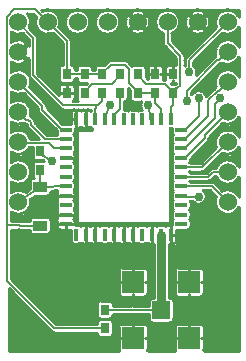
<source format=gtl>
*
*
G04 PADS 9.3 Build Number: 433611 generated Gerber (RS-274-X) file*
G04 PC Version=2.1*
*
%IN "GPS.pcb"*%
*
%MOIN*%
*
%FSDAX24Y24*%
*
*
*
*
G04 PC Standard Apertures*
*
*
G04 Thermal Relief Aperture macro.*
%AMTER*
1,1,$1,0,0*
1,0,$1-$2,0,0*
21,0,$3,$4,0,0,45*
21,0,$3,$4,0,0,135*
%
*
*
G04 Annular Aperture macro.*
%AMANN*
1,1,$1,0,0*
1,0,$2,0,0*
%
*
*
G04 Odd Aperture macro.*
%AMODD*
1,1,$1,0,0*
1,0,$1-0.005,0,0*
%
*
*
G04 PC Custom Aperture Macros*
*
*
*
*
*
*
G04 PC Aperture Table*
*
%ADD010C,0.001*%
%ADD013C,0.01*%
%ADD026R,0.03X0.038*%
%ADD029R,0.03937X0.01575*%
%ADD030R,0.01575X0.03937*%
%ADD035C,0.06*%
%ADD036C,0.006*%
%ADD037C,0.03*%
%ADD038C,0.015*%
%ADD072R,0.04803X0.03583*%
%ADD073R,0.05984X0.05984*%
%ADD074R,0.0752X0.0752*%
*
*
*
*
G04 PC Circuitry*
G04 Layer Name GPS.pcb - circuitry*
%LPD*%
*
*
G04 PC Custom Flashes*
G04 Layer Name GPS.pcb - flashes*
%LPD*%
*
*
G04 PC Circuitry*
G04 Layer Name GPS.pcb - circuitry*
%LPD*%
*
G54D10*
G54D13*
G01X017890Y010220D02*
Y015005D01*
X017148Y015354D02*
G75*
G03X017890Y015005I000372J-000172D01*
G01X017148Y015354D02*
X016934Y015568D01*
X016934D02*
X016715D01*
X016351Y015205D02*
G03X016715Y015568I000209J000155D01*
G01X016351Y015205D02*
X016280D01*
X016291Y015157D02*
G03X016280Y015205I-000109J000000D01*
G01X016291Y015157D02*
Y015000D01*
X016257Y014921D02*
G03X016291Y015000I-000075J000079D01*
G01Y014842D02*
G03X016257Y014921I-000109J000000D01*
G01X016291Y014842D02*
Y014685D01*
X016257Y014606D02*
G03X016291Y014685I-000075J000079D01*
G01Y014527D02*
G03X016257Y014606I-000109J000000D01*
G01X016291Y014527D02*
Y014370D01*
X016181Y014260D02*
G03X016291Y014370I000000J000110D01*
G01X016181Y014260D02*
X015818D01*
X015818D02*
Y013897D01*
X015708Y013787D02*
G03X015818Y013897I000000J000110D01*
G01X015708Y013787D02*
X015575D01*
X015575D02*
Y011984D01*
X015614*
X015724Y011874D02*
G03X015614Y011984I-000109J000000D01*
G01X015724Y011874D02*
Y011275D01*
X015614Y011165D02*
G03X015724Y011275I000000J000110D01*
G01X015614Y011165D02*
X015015D01*
X014905Y011275D02*
G03X015015Y011165I000110J000000D01*
G01X014905Y011275D02*
Y011434D01*
X014905D02*
X014310D01*
X014247Y011450D02*
G03X014310Y011434I000063J000124D01*
G01X014247Y011450D02*
X013700D01*
Y011400*
X013590Y011290D02*
G03X013700Y011400I000000J000110D01*
G01X013590Y011290D02*
X013290D01*
X013180Y011400D02*
G03X013290Y011290I000110J000000D01*
G01X013180Y011400D02*
Y011780D01*
X013290Y011890D02*
G03X013180Y011780I000000J-000110D01*
G01X013290Y011890D02*
X013590D01*
X013700Y011780D02*
G03X013590Y011890I-000110J000000D01*
G01X013700Y011780D02*
Y011730D01*
X014295*
X014358Y011714D02*
G03X014295Y011730I-000062J-000124D01*
G01X014358Y011714D02*
X014905D01*
X014905D02*
Y011874D01*
X015015Y011984D02*
G03X014905Y011874I000000J-000110D01*
G01X015015Y011984D02*
X015055D01*
Y013787*
X015055D02*
X014921D01*
X014842Y013820D02*
G03X014921Y013787I000079J000077D01*
G01X014763D02*
G03X014842Y013820I000000J000110D01*
G01X014763Y013787D02*
X014606D01*
X014527Y013820D02*
G03X014606Y013787I000079J000077D01*
G01X014448D02*
G03X014527Y013820I000000J000110D01*
G01X014448Y013787D02*
X014291D01*
X014212Y013820D02*
G03X014291Y013787I000079J000077D01*
G01X014133D02*
G03X014212Y013820I000000J000110D01*
G01X014133Y013787D02*
X013976D01*
X013897Y013820D02*
G03X013976Y013787I000079J000077D01*
G01X013818D02*
G03X013897Y013820I000000J000110D01*
G01X013818Y013787D02*
X013661D01*
X013582Y013820D02*
G03X013661Y013787I000079J000077D01*
G01X013503D02*
G03X013582Y013820I000000J000110D01*
G01X013503Y013787D02*
X013346D01*
X013267Y013820D02*
G03X013346Y013787I000079J000077D01*
G01X013189D02*
G03X013267Y013820I-000000J000110D01*
G01X013189Y013787D02*
X013031D01*
X012952Y013820D02*
G03X013031Y013787I000079J000077D01*
G01X012874D02*
G03X012952Y013820I000000J000110D01*
G01X012874Y013787D02*
X012716D01*
X012637Y013820D02*
G03X012716Y013787I000079J000077D01*
G01X012559D02*
G03X012637Y013820I000000J000110D01*
G01X012559Y013787D02*
X012401D01*
X012291Y013897D02*
G03X012401Y013787I000110J000000D01*
G01X012291Y013897D02*
Y014260D01*
X012291D02*
X011929D01*
X011819Y014370D02*
G03X011929Y014260I000110J000000D01*
G01X011819Y014370D02*
Y014527D01*
X011852Y014606D02*
G03X011819Y014527I000077J-000078D01*
G01Y014685D02*
G03X011852Y014606I000110J000000D01*
G01X011819Y014685D02*
Y014842D01*
X011852Y014921D02*
G03X011819Y014842I000077J-000078D01*
G01Y015000D02*
G03X011852Y014921I000110J000000D01*
G01X011819Y015000D02*
Y015157D01*
X011852Y015236D02*
G03X011819Y015157I000077J-000078D01*
G01Y015315D02*
G03X011852Y015236I000110J-000000D01*
G01X011819Y015315D02*
Y015472D01*
X011852Y015551D02*
G03X011819Y015472I000077J-000078D01*
G01X011837Y015568D02*
G03X011852Y015551I000092J000061D01*
G01X011837Y015568D02*
X011790D01*
X011713Y015545D02*
G03X011790Y015568I000000J000140D01*
G01X011713Y015545D02*
X011630D01*
X011630D02*
Y015506D01*
X011520Y015396D02*
G03X011630Y015506I000000J000110D01*
G01X011520Y015396D02*
X011280D01*
X011280D02*
X011113D01*
X011113D02*
X010948Y015283D01*
X010301Y014856D02*
G03X010948Y015283I000250J000325D01*
G01X010301Y014856D02*
Y014540D01*
X010612*
X010652Y014534D02*
G03X010612Y014540I-000039J-000134D01*
G01X010652Y014534D02*
X010929D01*
X010929D02*
Y014573D01*
X011039Y014683D02*
G03X010929Y014573I000000J-000109D01*
G01X011039Y014683D02*
X011520D01*
X011630Y014573D02*
G03X011520Y014683I-000109J000000D01*
G01X011630Y014573D02*
Y014215D01*
X011520Y014105D02*
G03X011630Y014215I000000J000110D01*
G01X011520Y014105D02*
X011039D01*
X010929Y014215D02*
G03X011039Y014105I000110J000000D01*
G01X010929Y014215D02*
Y014254D01*
X010929D02*
X010618D01*
X010578Y014260D02*
G03X010618Y014254I000040J000134D01*
G01X010578Y014260D02*
X010301D01*
Y012616*
X010301D02*
X011808Y011110D01*
X013180*
Y011160*
X013290Y011270D02*
G03X013180Y011160I000000J-000110D01*
G01X013290Y011270D02*
X013590D01*
X013700Y011160D02*
G03X013590Y011270I-000110J000000D01*
G01X013700Y011160D02*
Y010780D01*
X013590Y010670D02*
G03X013700Y010780I000000J000110D01*
G01X013590Y010670D02*
X013290D01*
X013180Y010780D02*
G03X013290Y010670I000110J000000D01*
G01X013180Y010780D02*
Y010830D01*
X011750*
X011651Y010871D02*
G03X011750Y010830I000099J000099D01*
G01X011651Y010871D02*
X010220Y012302D01*
Y010220*
X013905*
X013895Y010265D02*
G03X013905Y010220I000110J000000D01*
G01X013895Y010265D02*
Y011017D01*
X014005Y011127D02*
G03X013895Y011017I000000J-000109D01*
G01X014005Y011127D02*
X014757D01*
X014867Y011017D02*
G03X014757Y011127I-000109J000000D01*
G01X014867Y011017D02*
Y010265D01*
X014857Y010220D02*
G03X014867Y010265I-000099J000045D01*
G01X014857Y010220D02*
X015772D01*
X015762Y010265D02*
G03X015772Y010220I000110J000000D01*
G01X015762Y010265D02*
Y011017D01*
X015872Y011127D02*
G03X015762Y011017I000000J-000109D01*
G01X015872Y011127D02*
X016624D01*
X016734Y011017D02*
G03X016624Y011127I-000110J000000D01*
G01X016734Y011017D02*
Y010265D01*
X016724Y010220D02*
G03X016734Y010265I-000100J000045D01*
G01X016724Y010220D02*
X017890D01*
Y015357D02*
Y016005D01*
X017134Y016041D02*
G03X017890Y016005I000386J000140D01*
G01X017134Y016041D02*
X017095D01*
X016979Y015924*
X016880Y015883D02*
G03X016979Y015924I000000J000140D01*
G01X016880Y015883D02*
X016272D01*
X016257Y015866D02*
G03X016272Y015883I-000075J000078D01*
G01Y015848D02*
G03X016257Y015866I-000090J-000060D01*
G01X016272Y015848D02*
X016992D01*
X017091Y015807D02*
G03X016992Y015848I-000098J-000098D01*
G01X017091Y015807D02*
X017346Y015552D01*
X017890Y015357D02*
G03X017346Y015552I-000370J-000175D01*
G01X017890Y016357D02*
Y017005D01*
X017346Y016809D02*
G03X017890Y017005I000174J000372D01*
G01X017346Y016809D02*
X016776Y016239D01*
X016677Y016198D02*
G03X016776Y016239I000000J000140D01*
G01X016677Y016198D02*
X016272D01*
X016257Y016181D02*
G03X016272Y016198I-000075J000078D01*
G01Y016163D02*
G03X016257Y016181I-000090J-000060D01*
G01X016272Y016163D02*
X016822D01*
X016822D02*
X016938Y016280D01*
X017037Y016321D02*
G03X016938Y016280I000000J-000139D01*
G01X017037Y016321D02*
X017134D01*
X017890Y016357D02*
G03X017134Y016321I-000370J-000175D01*
G01X017890Y017357D02*
Y018005D01*
X017346Y017809D02*
G03X017890Y018005I000174J000372D01*
G01X017346Y017809D02*
X016897Y017360D01*
X016897D02*
Y017308D01*
X016856Y017209D02*
G03X016897Y017308I-000098J000099D01*
G01X016856Y017209D02*
X016291Y016644D01*
Y016574*
X016257Y016496D02*
G03X016291Y016574I-000075J000078D01*
G01X016272Y016478D02*
G03X016257Y016496I-000090J-000060D01*
G01X016272Y016478D02*
X016619D01*
X016619D02*
X017148Y017007D01*
X017890Y017357D02*
G03X017148Y017007I-000370J-000175D01*
G01X017890Y019357D02*
Y020005D01*
X017326Y019819D02*
G03X017890Y020005I000194J000362D01*
G01X017238Y019780D02*
G03X017326Y019819I-000008J000140D01*
G01X017238Y019780D02*
X016300Y018841D01*
Y018779*
X016328Y018758D02*
G03X016300Y018779I-000168J-000198D01*
G01X016810Y018708D02*
G03X016328Y018758I-000250J-000068D01*
G01X016810Y018708D02*
X017094Y018991D01*
X017141Y019022D02*
G03X017094Y018991I000052J-000129D01*
G01X017890Y019357D02*
G03X017141Y019022I-000370J-000175D01*
G01X017890Y020357D02*
Y021005D01*
X017346Y020809D02*
G03X017890Y021005I000174J000372D01*
G01X017346Y020809D02*
X016380Y019843D01*
Y019739*
X016478Y019415D02*
G03X016380Y019739I-000238J000105D01*
G01X016478Y019415D02*
X017081Y020019D01*
X017131Y020051D02*
G03X017081Y020019I000049J-000131D01*
G01X017890Y020357D02*
G03X017131Y020051I-000370J-000175D01*
G01X017890Y021357D02*
Y021591D01*
X017528*
X017890Y021357D02*
G03X017528Y021591I-000370J-000175D01*
G01X017511D02*
G03X017148Y021007I000009J-000409D01*
G01X017511Y021591D02*
X016528D01*
X016511D02*
G03X016528I000009J-000409D01*
G01X016511D02*
X015528D01*
X015660Y020795D02*
G03X015528Y021591I-000140J000386D01*
G01X015660Y020795D02*
Y020538D01*
X016047Y020150*
X016088Y020051D02*
G03X016047Y020150I-000139J000000D01*
G01X016088Y020051D02*
Y019731D01*
X016100Y019739D02*
G03X016088Y019731I000140J-000219D01*
G01X016100Y019739D02*
Y019901D01*
X016141Y020000D02*
G03X016100Y019901I000099J-000098D01*
G01X016141Y020000D02*
X017148Y021007D01*
X011511Y021591D02*
G03X011346Y021552I000009J-000409D01*
G01X011511Y021591D02*
X011308D01*
X011346Y021552*
X010900Y019396D02*
G03X010301Y019506I-000348J-000214D01*
G01X010900Y019403D02*
G03Y019396I000140J000000D01*
G01Y019403D02*
Y019965D01*
X010301Y019856D02*
G03X010900Y019965I000250J000325D01*
G01X010301Y019856D02*
Y019506D01*
X010900Y020396D02*
Y020586D01*
X010705Y020801*
X010301Y020856D02*
G03X010705Y020801I000250J000325D01*
G01X010301Y020856D02*
Y020506D01*
X010900Y020396D02*
G03X010301Y020506I-000348J-000214D01*
G01X012817Y019123D02*
X012837Y019143D01*
X012837D02*
X012605D01*
X012495Y019253D02*
G03X012605Y019143I000110J000000D01*
G01X012495Y019253D02*
Y019303D01*
X012495D02*
X012425D01*
X012425D02*
Y019253D01*
X012315Y019143D02*
G03X012425Y019253I000000J000110D01*
G01X012315Y019143D02*
X012015D01*
X011905Y019253D02*
G03X012015Y019143I000110J000000D01*
G01X011905Y019253D02*
Y019633D01*
X012015Y019743D02*
G03X011905Y019633I000000J-000109D01*
G01X012015Y019743D02*
X012025D01*
X012025D02*
Y020477D01*
X012025D02*
X011693Y020809D01*
X011148Y021354D02*
G03X011693Y020809I000372J-000172D01*
G01X011148Y021354D02*
X011043Y021460D01*
X010851*
X010913Y020989D02*
G03X010851Y021460I-000361J000192D01*
G01X010913Y020989D02*
X011143Y020733D01*
X011180Y020640D02*
G03X011143Y020733I-000140J000000D01*
G01X011180Y020640D02*
Y019461D01*
X011905Y018735*
X011905D02*
Y019013D01*
X012015Y019123D02*
G03X011905Y019013I000000J-000109D01*
G01X012015Y019123D02*
X012315D01*
X012425Y019013D02*
G03X012315Y019123I-000109J000000D01*
G01X012425Y019013D02*
Y018633D01*
X012372Y018540D02*
G03X012425Y018633I-000056J000093D01*
G01X012372Y018540D02*
X012548D01*
X012495Y018633D02*
G03X012548Y018540I000110J000000D01*
G01X012495Y018633D02*
Y019013D01*
X012605Y019123D02*
G03X012495Y019013I000000J-000109D01*
G01X012605Y019123D02*
X012817D01*
X014606Y018259D02*
X014661D01*
X014651Y018523D02*
G03X014661Y018259I000229J-000123D01*
G01X014651Y018523D02*
X014377D01*
X014267Y018633D02*
G03X014377Y018523I000110J000000D01*
G01X014267Y018633D02*
Y018925D01*
X014267D02*
X014197Y018996D01*
Y018633*
X014087Y018523D02*
G03X014197Y018633I000000J000110D01*
G01X014087Y018523D02*
X014077D01*
X014077D02*
Y018287D01*
X014074Y018259D02*
G03X014077Y018287I-000137J000028D01*
G01X014074Y018259D02*
X014133D01*
X014212Y018226D02*
G03X014133Y018259I-000078J-000076D01*
G01X014291D02*
G03X014212Y018226I000000J-000109D01*
G01X014291Y018259D02*
X014448D01*
X014527Y018226D02*
G03X014448Y018259I-000078J-000076D01*
G01X014606D02*
G03X014527Y018226I000000J-000109D01*
G01X011130Y016550D02*
X011402D01*
X011364Y016570*
X011364D02*
X011130D01*
X011020Y016680D02*
G03X011130Y016570I000110J000000D01*
G01X011020Y016680D02*
Y017010D01*
X010960*
X010949D02*
G03X010960I000011J000140D01*
G01X010949D02*
X010924Y017012D01*
X010301Y016856D02*
G03X010924Y017012I000250J000325D01*
G01X010301Y016856D02*
Y016506D01*
Y015856D02*
G03Y016506I000250J000325D01*
G01Y015856D02*
Y015506D01*
X010789Y015514D02*
G03X010301Y015506I-000237J-000332D01*
G01X010789Y015514D02*
X010929Y015610D01*
X010929D02*
Y015864D01*
X011039Y015974D02*
G03X010929Y015864I000000J-000109D01*
G01X011039Y015974D02*
X011060D01*
X011020Y016060D02*
G03X011060Y015974I000110J000000D01*
G01X011020Y016060D02*
Y016440D01*
X011130Y016550D02*
G03X011020Y016440I000000J-000110D01*
G01X010965Y017290D02*
X011244D01*
X010981Y017552*
X010941Y017581D02*
G03X010981Y017552I000099J000099D01*
G01X010941Y017581D02*
X010861Y017661D01*
X010820Y017760D02*
G03X010861Y017661I000140J000000D01*
G01X010820Y017760D02*
Y017780D01*
X010812*
X010725Y017810D02*
G03X010812Y017780I000087J000110D01*
G01X010301Y017856D02*
G03X010725Y017810I000250J000325D01*
G01X010301Y017856D02*
Y017506D01*
X010946Y017291D02*
G03X010301Y017506I-000394J-000109D01*
G01X010946Y017291D02*
X010965Y017290D01*
X011852Y017440D02*
G03X011837Y017423I000077J-000077D01*
G01X011819Y017519D02*
G03X011852Y017440I000110J000000D01*
G01X011819Y017519D02*
Y017589D01*
X011247Y018161*
X011206Y018260D02*
G03X011247Y018161I000140J000000D01*
G01X011206Y018260D02*
Y018328D01*
X010724Y018809*
X010301Y018856D02*
G03X010724Y018809I000250J000325D01*
G01X010301Y018856D02*
Y018506D01*
X010938Y018047D02*
G03X010301Y018506I-000386J000134D01*
G01X010979Y018019D02*
G03X010938Y018047I-000099J-000099D01*
G01X010979Y018019D02*
X011059Y017939D01*
X011100Y017840D02*
G03X011059Y017939I-000140J000000D01*
G01X011100Y017840D02*
Y017818D01*
X011110Y017807*
X011151Y017779D02*
G03X011110Y017807I-000098J-000099D01*
G01X011151Y017779D02*
X011506Y017423D01*
X011506D02*
X011837D01*
X012970Y018241D02*
Y018260D01*
X012043*
X011944Y018301D02*
G03X012043Y018260I000099J000099D01*
G01X011944Y018301D02*
X010942Y019302D01*
X010922Y019007D02*
G03X010942Y019302I-000370J000174D01*
G01X010922Y019007D02*
X011445Y018485D01*
X011486Y018386D02*
G03X011445Y018485I-000139J000000D01*
G01X011486Y018386D02*
Y018318D01*
X012017Y017787*
X012291*
X012291D02*
Y018149D01*
X012401Y018259D02*
G03X012291Y018149I000000J-000109D01*
G01X012401Y018259D02*
X012559D01*
X012637Y018226D02*
G03X012559Y018259I-000077J-000076D01*
G01X012716D02*
G03X012637Y018226I000000J-000109D01*
G01X012716Y018259D02*
X012874D01*
X012952Y018226D02*
G03X012874Y018259I-000078J-000076D01*
G01X012970Y018241D02*
G03X012952Y018226I000061J-000091D01*
G01X015710Y017440D02*
G03X015677Y017362I000077J-000077D01*
G01Y017519D02*
G03X015710Y017440I000110J000000D01*
G01X015677Y017519D02*
Y017645D01*
X015677D02*
X015599D01*
X015605Y017623D02*
G03X015599Y017645I-000049J000000D01*
G01X015605Y017623D02*
Y014523D01*
X015555Y014473D02*
G03X015605Y014523I000000J000050D01*
G01X015555Y014473D02*
X012555D01*
X012505Y014523D02*
G03X012555Y014473I000050J000000D01*
G01X012505Y014523D02*
Y017523D01*
X012555Y017573D02*
G03X012505Y017523I000000J-000049D01*
G01X012555Y017573D02*
X013005D01*
X013005D02*
Y017623D01*
X013011Y017647D02*
G03X013005Y017623I000044J-000023D01*
G01X012952Y017679D02*
G03X013011Y017647I000079J000076D01*
G01X012874Y017645D02*
G03X012952Y017679I000000J000110D01*
G01X012874Y017645D02*
X012716D01*
X012637Y017679D02*
G03X012716Y017645I000079J000076D01*
G01X012559D02*
G03X012637Y017679I000000J000110D01*
G01X012559Y017645D02*
X012432D01*
X012432D02*
Y017519D01*
X012399Y017440D02*
G03X012432Y017519I-000076J000079D01*
G01Y017362D02*
G03X012399Y017440I-000109J000000D01*
G01X012432Y017362D02*
Y017204D01*
X012399Y017126D02*
G03X012432Y017204I-000076J000078D01*
G01Y017047D02*
G03X012399Y017126I-000109J000000D01*
G01X012432Y017047D02*
Y016889D01*
X012399Y016811D02*
G03X012432Y016889I-000076J000078D01*
G01Y016732D02*
G03X012399Y016811I-000109J000000D01*
G01X012432Y016732D02*
Y016574D01*
X012399Y016496D02*
G03X012432Y016574I-000076J000078D01*
G01Y016417D02*
G03X012399Y016496I-000109J000000D01*
G01X012432Y016417D02*
Y016259D01*
X012399Y016181D02*
G03X012432Y016259I-000076J000078D01*
G01Y016102D02*
G03X012399Y016181I-000109J000000D01*
G01X012432Y016102D02*
Y015944D01*
X012399Y015866D02*
G03X012432Y015944I-000076J000078D01*
G01Y015787D02*
G03X012399Y015866I-000109J000000D01*
G01X012432Y015787D02*
Y015629D01*
X012399Y015551D02*
G03X012432Y015629I-000076J000078D01*
G01Y015472D02*
G03X012399Y015551I-000109J000000D01*
G01X012432Y015472D02*
Y015315D01*
X012399Y015236D02*
G03X012432Y015315I-000076J000079D01*
G01Y015157D02*
G03X012399Y015236I-000109J000000D01*
G01X012432Y015157D02*
Y015000D01*
X012399Y014921D02*
G03X012432Y015000I-000076J000079D01*
G01Y014842D02*
G03X012399Y014921I-000109J000000D01*
G01X012432Y014842D02*
Y014685D01*
X012399Y014606D02*
G03X012432Y014685I-000076J000079D01*
G01Y014527D02*
G03X012399Y014606I-000109J000000D01*
G01X012432Y014527D02*
Y014401D01*
X012432D02*
X012559D01*
X012637Y014368D02*
G03X012559Y014401I-000077J-000076D01*
G01X012716D02*
G03X012637Y014368I000000J-000109D01*
G01X012716Y014401D02*
X012874D01*
X012952Y014368D02*
G03X012874Y014401I-000078J-000076D01*
G01X013031D02*
G03X012952Y014368I000000J-000109D01*
G01X013031Y014401D02*
X013189D01*
X013267Y014368D02*
G03X013189Y014401I-000078J-000076D01*
G01X013346D02*
G03X013267Y014368I000000J-000109D01*
G01X013346Y014401D02*
X013503D01*
X013582Y014368D02*
G03X013503Y014401I-000078J-000076D01*
G01X013661D02*
G03X013582Y014368I000000J-000109D01*
G01X013661Y014401D02*
X013818D01*
X013897Y014368D02*
G03X013818Y014401I-000078J-000076D01*
G01X013976D02*
G03X013897Y014368I000000J-000109D01*
G01X013976Y014401D02*
X014133D01*
X014212Y014368D02*
G03X014133Y014401I-000078J-000076D01*
G01X014291D02*
G03X014212Y014368I000000J-000109D01*
G01X014291Y014401D02*
X014448D01*
X014527Y014368D02*
G03X014448Y014401I-000078J-000076D01*
G01X014606D02*
G03X014527Y014368I000000J-000109D01*
G01X014606Y014401D02*
X014763D01*
X014842Y014368D02*
G03X014763Y014401I-000078J-000076D01*
G01X014921D02*
G03X014842Y014368I000000J-000109D01*
G01X014921Y014401D02*
X015078D01*
X015157Y014368D02*
G03X015078Y014401I-000078J-000076D01*
G01X015236D02*
G03X015157Y014368I000000J-000109D01*
G01X015236Y014401D02*
X015393D01*
X015472Y014368D02*
G03X015393Y014401I-000078J-000076D01*
G01X015551D02*
G03X015472Y014368I000000J-000109D01*
G01X015551Y014401D02*
X015677D01*
Y014527*
X015710Y014606D02*
G03X015677Y014527I000077J-000078D01*
G01Y014685D02*
G03X015710Y014606I000110J000000D01*
G01X015677Y014685D02*
Y014842D01*
X015710Y014921D02*
G03X015677Y014842I000077J-000078D01*
G01Y015000D02*
G03X015710Y014921I000110J000000D01*
G01X015677Y015000D02*
Y015157D01*
X015710Y015236D02*
G03X015677Y015157I000077J-000078D01*
G01Y015315D02*
G03X015710Y015236I000110J-000000D01*
G01X015677Y015315D02*
Y015472D01*
X015710Y015551D02*
G03X015677Y015472I000077J-000078D01*
G01Y015629D02*
G03X015710Y015551I000110J000000D01*
G01X015677Y015629D02*
Y015787D01*
X015710Y015866D02*
G03X015677Y015787I000077J-000078D01*
G01Y015944D02*
G03X015710Y015866I000110J000000D01*
G01X015677Y015944D02*
Y016102D01*
X015710Y016181D02*
G03X015677Y016102I000077J-000078D01*
G01Y016259D02*
G03X015710Y016181I000110J000000D01*
G01X015677Y016259D02*
Y016417D01*
X015710Y016496D02*
G03X015677Y016417I000077J-000078D01*
G01Y016574D02*
G03X015710Y016496I000110J000000D01*
G01X015677Y016574D02*
Y016732D01*
X015710Y016811D02*
G03X015677Y016732I000077J-000078D01*
G01Y016889D02*
G03X015710Y016811I000110J000000D01*
G01X015677Y016889D02*
Y017047D01*
X015710Y017126D02*
G03X015677Y017047I000077J-000078D01*
G01Y017204D02*
G03X015710Y017126I000110J000000D01*
G01X015677Y017204D02*
Y017362D01*
X015808Y019139D02*
Y019143D01*
X015808D02*
X015626D01*
X015626D02*
X015646Y019123D01*
X015646D02*
X015785D01*
X015785D02*
X015808Y019139D01*
Y019743D02*
Y019993D01*
X015808D02*
X015421Y020381D01*
X015380Y020480D02*
G03X015421Y020381I000140J000000D01*
G01X015380Y020480D02*
Y020795D01*
X015511Y021591D02*
G03X015380Y020795I000009J-000409D01*
G01X015511Y021591D02*
X014528D01*
X014511D02*
G03X014528I000009J-000409D01*
G01X014511D02*
X013528D01*
X013511D02*
G03X013528I000009J-000409D01*
G01X013511D02*
X012528D01*
X012511D02*
G03X012528I000009J-000409D01*
G01X012511D02*
X011528D01*
X011891Y021007D02*
G03X011528Y021591I-000371J000174D01*
G01X011891Y021007D02*
X012264Y020634D01*
X012305Y020535D02*
G03X012264Y020634I-000139J000000D01*
G01X012305Y020535D02*
Y019743D01*
X012305D02*
X012315D01*
X012425Y019633D02*
G03X012315Y019743I-000109J000000D01*
G01X012425Y019633D02*
Y019583D01*
X012425D02*
X012495D01*
X012495D02*
Y019633D01*
X012605Y019743D02*
G03X012495Y019633I000000J-000109D01*
G01X012605Y019743D02*
X012905D01*
X013015Y019633D02*
G03X012905Y019743I-000109J000000D01*
G01X013015Y019633D02*
Y019583D01*
X013015D02*
X013086D01*
X013086D02*
Y019633D01*
X013196Y019743D02*
G03X013086Y019633I000000J-000109D01*
G01X013196Y019743D02*
X013408D01*
X013408D02*
X013523Y019859D01*
X013622Y019900D02*
G03X013523Y019859I000000J-000140D01*
G01X013622Y019900D02*
X014088D01*
X014187Y019859D02*
G03X014088Y019900I-000098J-000099D01*
G01X014187Y019859D02*
X014319Y019727D01*
X014377Y019743D02*
G03X014319Y019727I000000J-000109D01*
G01X014377Y019743D02*
X014677D01*
X014787Y019633D02*
G03X014677Y019743I-000109J000000D01*
G01X014787Y019633D02*
Y019341D01*
X014787D02*
X014858Y019271D01*
Y019633*
X014968Y019743D02*
G03X014858Y019633I000000J-000109D01*
G01X014968Y019743D02*
X015268D01*
X015378Y019633D02*
G03X015268Y019743I-000109J000000D01*
G01X015378Y019633D02*
Y019260D01*
X015448*
X015448D02*
Y019633D01*
X015558Y019743D02*
G03X015448Y019633I000000J-000109D01*
G01X015558Y019743D02*
X015808D01*
X016734Y012883D02*
Y012131D01*
X016624Y012021D02*
G03X016734Y012131I000000J000110D01*
G01X016624Y012021D02*
X015872D01*
X015762Y012131D02*
G03X015872Y012021I000110J000000D01*
G01X015762Y012131D02*
Y012883D01*
X015872Y012993D02*
G03X015762Y012883I000000J-000109D01*
G01X015872Y012993D02*
X016624D01*
X016734Y012883D02*
G03X016624Y012993I-000110J000000D01*
G01X014867Y012883D02*
Y012131D01*
X014757Y012021D02*
G03X014867Y012131I000000J000110D01*
G01X014757Y012021D02*
X014005D01*
X013895Y012131D02*
G03X014005Y012021I000110J000000D01*
G01X013895Y012131D02*
Y012883D01*
X014005Y012993D02*
G03X013895Y012883I000000J-000109D01*
G01X014005Y012993D02*
X014757D01*
X014867Y012883D02*
G03X014757Y012993I-000109J000000D01*
G01X012305Y019939D02*
X015808D01*
X014196Y019849D02*
X015808D01*
X014286Y019759D02*
X015808D01*
X012305Y020029D02*
X015772D01*
X012305Y020119D02*
X015682D01*
X012305Y020209D02*
X015592D01*
X012305Y020299D02*
X015502D01*
X015372Y019669D02*
X015454D01*
X015378Y019579D02*
X015448D01*
X015378Y019489D02*
X015448D01*
X015378Y019399D02*
X015448D01*
X015378Y019309D02*
X015448D01*
X012305Y020389D02*
X015412D01*
X012149Y020749D02*
X015380D01*
X012239Y020659D02*
X015380D01*
X012301Y020569D02*
X015380D01*
X012305Y020479D02*
X015380D01*
X014677Y021559D02*
X015363D01*
X014747Y020839D02*
X015292D01*
X014811Y021469D02*
X015228D01*
X014844Y020929D02*
X015196D01*
X014878Y021379D02*
X015161D01*
X014897Y021019D02*
X015143D01*
X014915Y021289D02*
X015124D01*
X014923Y021109D02*
X015116D01*
X014929Y021199D02*
X015110D01*
X014781Y019669D02*
X014864D01*
X014787Y019579D02*
X014858D01*
X014787Y019489D02*
X014858D01*
X014787Y019399D02*
X014858D01*
X014819Y019309D02*
X014858D01*
X013677Y021559D02*
X014363D01*
X013747Y020839D02*
X014292D01*
X013811Y021469D02*
X014228D01*
X013844Y020929D02*
X014196D01*
X013878Y021379D02*
X014161D01*
X013897Y021019D02*
X014143D01*
X013915Y021289D02*
X014124D01*
X013923Y021109D02*
X014116D01*
X013929Y021199D02*
X014110D01*
X012305Y019849D02*
X013514D01*
X012305Y019759D02*
X013424D01*
X012677Y021559D02*
X013363D01*
X012747Y020839D02*
X013292D01*
X012811Y021469D02*
X013228D01*
X012844Y020929D02*
X013196D01*
X012878Y021379D02*
X013161D01*
X012897Y021019D02*
X013143D01*
X012915Y021289D02*
X013124D01*
X012923Y021109D02*
X013116D01*
X012929Y021199D02*
X013110D01*
X013009Y019669D02*
X013092D01*
X012419D02*
X012502D01*
X011677Y021559D02*
X012363D01*
X012059Y020839D02*
X012292D01*
X011811Y021469D02*
X012228D01*
X011969Y020929D02*
X012196D01*
X011878Y021379D02*
X012161D01*
X011897Y021019D02*
X012143D01*
X011915Y021289D02*
X012124D01*
X011923Y021109D02*
X012116D01*
X011929Y021199D02*
X012110D01*
X015640Y019129D02*
X015794D01*
X015605Y017419D02*
X015693D01*
X015605Y016789D02*
X015693D01*
X015605Y016159D02*
X015693D01*
X015605Y015529D02*
X015693D01*
X015605Y014899D02*
X015693D01*
X015605Y014629D02*
X015692D01*
X015605Y015259D02*
X015692D01*
X015605Y015889D02*
X015692D01*
X015605Y016519D02*
X015692D01*
X015605Y017149D02*
X015692D01*
X015605Y017059D02*
X015678D01*
X015605Y016429D02*
X015678D01*
X015605Y015799D02*
X015678D01*
X015605Y015169D02*
X015678D01*
X015605Y014539D02*
X015678D01*
X015605Y014989D02*
X015677D01*
X015605Y015619D02*
X015677D01*
X015605Y016249D02*
X015677D01*
X015605Y016879D02*
X015677D01*
X015605Y017509D02*
X015677D01*
X015605Y017599D02*
X015677D01*
X015605Y017329D02*
X015677D01*
X015605Y017239D02*
X015677D01*
X015605Y016969D02*
X015677D01*
X015605Y016699D02*
X015677D01*
X015605Y016609D02*
X015677D01*
X015605Y016339D02*
X015677D01*
X015605Y016069D02*
X015677D01*
X015605Y015979D02*
X015677D01*
X015605Y015709D02*
X015677D01*
X015605Y015439D02*
X015677D01*
X015605Y015349D02*
X015677D01*
X015605Y015079D02*
X015677D01*
X015605Y014809D02*
X015677D01*
X015605Y014719D02*
X015677D01*
X012432Y014449D02*
X015677D01*
X012432Y017599D02*
X013005D01*
X012432Y017509D02*
X012505D01*
X012416Y017419D02*
X012505D01*
X012432Y017329D02*
X012505D01*
X012432Y017239D02*
X012505D01*
X012418Y017149D02*
X012505D01*
X012432Y017059D02*
X012505D01*
X012432Y016969D02*
X012505D01*
X012432Y016879D02*
X012505D01*
X012416Y016789D02*
X012505D01*
X012432Y016699D02*
X012505D01*
X012432Y016609D02*
X012505D01*
X012418Y016519D02*
X012505D01*
X012432Y016429D02*
X012505D01*
X012432Y016339D02*
X012505D01*
X012432Y016249D02*
X012505D01*
X012416Y016159D02*
X012505D01*
X012432Y016069D02*
X012505D01*
X012432Y015979D02*
X012505D01*
X012418Y015889D02*
X012505D01*
X012432Y015799D02*
X012505D01*
X012432Y015709D02*
X012505D01*
X012432Y015619D02*
X012505D01*
X012416Y015529D02*
X012505D01*
X012432Y015439D02*
X012505D01*
X012432Y015349D02*
X012505D01*
X012418Y015259D02*
X012505D01*
X012432Y015169D02*
X012505D01*
X012432Y015079D02*
X012505D01*
X012432Y014989D02*
X012505D01*
X012416Y014899D02*
X012505D01*
X012432Y014809D02*
X012505D01*
X012432Y014719D02*
X012505D01*
X012418Y014629D02*
X012505D01*
X012432Y014539D02*
X012505D01*
X012949Y018229D02*
X012956D01*
X012634D02*
X012641D01*
X011574D02*
X012326D01*
X011664Y018139D02*
X012291D01*
X011754Y018049D02*
X012291D01*
X011844Y017959D02*
X012291D01*
X011934Y017869D02*
X012291D01*
X011486Y018319D02*
X011925D01*
X011484Y018409D02*
X011835D01*
X011430Y018499D02*
X011745D01*
X011340Y018589D02*
X011655D01*
X011250Y018679D02*
X011565D01*
X011160Y018769D02*
X011475D01*
X011070Y018859D02*
X011385D01*
X010980Y018949D02*
X011295D01*
X010936Y019039D02*
X011205D01*
X010958Y019129D02*
X011115D01*
X010959Y019219D02*
X011025D01*
X011420Y017509D02*
X011819D01*
X011330Y017599D02*
X011808D01*
X011240Y017689D02*
X011718D01*
X011150Y017779D02*
X011628D01*
X011096Y017869D02*
X011538D01*
X011038Y017959D02*
X011448D01*
X010939Y018049D02*
X011358D01*
X010959Y018139D02*
X011268D01*
X010958Y018229D02*
X011209D01*
X010937Y018319D02*
X011206D01*
X010891Y018409D02*
X011124D01*
X010809Y018499D02*
X011034D01*
X010583Y018589D02*
X010944D01*
X010301Y018679D02*
X010854D01*
X010301Y018769D02*
X010764D01*
X010301Y018589D02*
X010519D01*
X010933Y017329D02*
X011204D01*
X010884Y017419D02*
X011114D01*
X010796Y017509D02*
X011024D01*
X010301Y017599D02*
X010922D01*
X010301Y017689D02*
X010838D01*
X010635Y017779D02*
X010820D01*
X010301D02*
X010466D01*
X010301Y017509D02*
X010306D01*
X010908Y015979D02*
X011054D01*
X010782Y016519D02*
X011054D01*
X010301Y016609D02*
X011045D01*
X010902Y016969D02*
X011020D01*
X010829Y016879D02*
X011020D01*
X010673Y016789D02*
X011020D01*
X010301Y016699D02*
X011020D01*
X010877Y016429D02*
X011020D01*
X010929Y016339D02*
X011020D01*
X010955Y016249D02*
X011020D01*
X010960Y016159D02*
X011020D01*
X010945Y016069D02*
X011020D01*
X010839Y015889D02*
X010932D01*
X010702Y015799D02*
X010929D01*
X010301Y015709D02*
X010929D01*
X010301Y015619D02*
X010929D01*
X010766Y015529D02*
X010812D01*
X010301Y016789D02*
X010428D01*
X010301Y015799D02*
X010400D01*
X010301Y015529D02*
X010335D01*
X010301Y016519D02*
X010320D01*
X014077Y018499D02*
X014639D01*
X014077Y018319D02*
X014632D01*
X014077Y018409D02*
X014620D01*
X014524Y018229D02*
X014531D01*
X014187Y018589D02*
X014276D01*
X014197Y018859D02*
X014267D01*
X014197Y018769D02*
X014267D01*
X014197Y018679D02*
X014267D01*
X014197Y018949D02*
X014243D01*
X014209Y018229D02*
X014216D01*
X011511Y019129D02*
X012823D01*
X012416Y018589D02*
X012505D01*
X012420Y019219D02*
X012501D01*
X012422Y019039D02*
X012499D01*
X012425Y018949D02*
X012495D01*
X012425Y018859D02*
X012495D01*
X012425Y018769D02*
X012495D01*
X012425Y018679D02*
X012495D01*
X011180Y020389D02*
X012025D01*
X011180Y020299D02*
X012025D01*
X011180Y020209D02*
X012025D01*
X011180Y020119D02*
X012025D01*
X011180Y020029D02*
X012025D01*
X011180Y019939D02*
X012025D01*
X011180Y019849D02*
X012025D01*
X011180Y019759D02*
X012025D01*
X011180Y020479D02*
X012023D01*
X011180Y020569D02*
X011933D01*
X011180Y019669D02*
X011911D01*
X011421Y019219D02*
X011910D01*
X011601Y019039D02*
X011908D01*
X011180Y019579D02*
X011905D01*
X011180Y019489D02*
X011905D01*
X011241Y019399D02*
X011905D01*
X011331Y019309D02*
X011905D01*
X011691Y018949D02*
X011905D01*
X011781Y018859D02*
X011905D01*
X011871Y018769D02*
X011905D01*
X011178Y020659D02*
X011843D01*
X011129Y020749D02*
X011753D01*
X011048Y020839D02*
X011292D01*
X010966Y020929D02*
X011196D01*
X010928Y021019D02*
X011143D01*
X010946Y021289D02*
X011124D01*
X010909Y021379D02*
X011123D01*
X010954Y021109D02*
X011116D01*
X010960Y021199D02*
X011110D01*
X010681Y020569D02*
X010900D01*
X010832Y020479D02*
X010900D01*
X010301Y020659D02*
X010833D01*
X010301Y020749D02*
X010752D01*
X010301Y020569D02*
X010420D01*
X010301Y020839D02*
X010323D01*
X010897Y019399D02*
X010900D01*
X010882Y019939D02*
X010900D01*
X010792Y019849D02*
X010900D01*
X010301Y019759D02*
X010900D01*
X010301Y019669D02*
X010900D01*
X010646Y019579D02*
X010900D01*
X010820Y019489D02*
X010900D01*
X010301Y019579D02*
X010455D01*
X010301Y019849D02*
X010309D01*
X011339Y021559D02*
X011363D01*
X016677D02*
X017363D01*
X016811Y021469D02*
X017228D01*
X016878Y021379D02*
X017161D01*
X016897Y021019D02*
X017143D01*
X016915Y021289D02*
X017124D01*
X016923Y021109D02*
X017116D01*
X016929Y021199D02*
X017110D01*
X016844Y020929D02*
X017070D01*
X016747Y020839D02*
X016980D01*
X015660Y020749D02*
X016890D01*
X015660Y020659D02*
X016800D01*
X015660Y020569D02*
X016710D01*
X015718Y020479D02*
X016620D01*
X015808Y020389D02*
X016530D01*
X015898Y020299D02*
X016440D01*
X015677Y021559D02*
X016363D01*
X015988Y020209D02*
X016350D01*
X015747Y020839D02*
X016292D01*
X016070Y020119D02*
X016260D01*
X015811Y021469D02*
X016228D01*
X015844Y020929D02*
X016196D01*
X016088Y020029D02*
X016170D01*
X015878Y021379D02*
X016161D01*
X015897Y021019D02*
X016143D01*
X015915Y021289D02*
X016124D01*
X015923Y021109D02*
X016116D01*
X015929Y021199D02*
X016110D01*
X016088Y019939D02*
X016105D01*
X016088Y019849D02*
X016100D01*
X016088Y019759D02*
X016100D01*
X017677Y021559D02*
X017890D01*
X017811Y021469D02*
X017890D01*
X017878Y021379D02*
X017890D01*
X017844Y020929D02*
X017890D01*
X017747Y020839D02*
X017890D01*
X017286Y020749D02*
X017890D01*
X017196Y020659D02*
X017890D01*
X017650Y020569D02*
X017890D01*
X017800Y020479D02*
X017890D01*
X017872Y020389D02*
X017890D01*
X017106Y020569D02*
X017389D01*
X017016Y020479D02*
X017239D01*
X016926Y020389D02*
X017167D01*
X016836Y020299D02*
X017127D01*
X016656Y020119D02*
X017114D01*
X016746Y020209D02*
X017111D01*
X016566Y020029D02*
X017093D01*
X016476Y019939D02*
X017002D01*
X016386Y019849D02*
X016912D01*
X016380Y019759D02*
X016822D01*
X016452Y019669D02*
X016732D01*
X016493Y019579D02*
X016642D01*
X016498Y019489D02*
X016552D01*
X017851Y019939D02*
X017890D01*
X017761Y019849D02*
X017890D01*
X017218Y019759D02*
X017890D01*
X017128Y019669D02*
X017890D01*
X017615Y019579D02*
X017890D01*
X017789Y019489D02*
X017890D01*
X017866Y019399D02*
X017890D01*
X017038Y019579D02*
X017424D01*
X016948Y019489D02*
X017250D01*
X016858Y019399D02*
X017173D01*
X016498Y019039D02*
X017135D01*
X016768Y019309D02*
X017130D01*
X016588Y019129D02*
X017113D01*
X016678Y019219D02*
X017111D01*
X016408Y018949D02*
X017052D01*
X016698Y018859D02*
X016962D01*
X016785Y018769D02*
X016872D01*
X016318Y018859D02*
X016421D01*
X016313Y018769D02*
X016334D01*
X017865Y017959D02*
X017890D01*
X017786Y017869D02*
X017890D01*
X017604Y017779D02*
X017890D01*
X017226Y017689D02*
X017890D01*
X017136Y017599D02*
X017890D01*
X017765Y017509D02*
X017890D01*
X017853Y017419D02*
X017890D01*
X017316Y017779D02*
X017435D01*
X017046Y017509D02*
X017275D01*
X016956Y017419D02*
X017186D01*
X016897Y017329D02*
X017137D01*
X016706Y017059D02*
X017128D01*
X016879Y017239D02*
X017114D01*
X016796Y017149D02*
X017111D01*
X016616Y016969D02*
X017110D01*
X016526Y016879D02*
X017020D01*
X016436Y016789D02*
X016930D01*
X016346Y016699D02*
X016840D01*
X016291Y016609D02*
X016750D01*
X016276Y016519D02*
X016660D01*
X017871Y016969D02*
X017890D01*
X017798Y016879D02*
X017890D01*
X017642Y016789D02*
X017890D01*
X017236Y016699D02*
X017890D01*
X017146Y016609D02*
X017890D01*
X017751Y016519D02*
X017890D01*
X017845Y016429D02*
X017890D01*
X017326Y016789D02*
X017397D01*
X017056Y016519D02*
X017289D01*
X016966Y016429D02*
X017194D01*
X016876Y016339D02*
X017142D01*
X016786Y016249D02*
X016908D01*
X017877Y015979D02*
X017890D01*
X017808Y015889D02*
X017890D01*
X017670Y015799D02*
X017890D01*
X017189Y015709D02*
X017890D01*
X017279Y015619D02*
X017890D01*
X017735Y015529D02*
X017890D01*
X017838Y015439D02*
X017890D01*
X017099Y015799D02*
X017369D01*
X016921Y015889D02*
X017231D01*
X017034Y015979D02*
X017162D01*
X017882Y014989D02*
X017890D01*
X017818Y014899D02*
X017890D01*
X017694Y014809D02*
X017890D01*
X016291Y014719D02*
X017890D01*
X016276Y014629D02*
X017890D01*
X016290Y014539D02*
X017890D01*
X016291Y014449D02*
X017890D01*
X016290Y014359D02*
X017890D01*
X016226Y014269D02*
X017890D01*
X015818Y014179D02*
X017890D01*
X015818Y014089D02*
X017890D01*
X015818Y013999D02*
X017890D01*
X015818Y013909D02*
X017890D01*
X015786Y013819D02*
X017890D01*
X015575Y013729D02*
X017890D01*
X015575Y013639D02*
X017890D01*
X015575Y013549D02*
X017890D01*
X015575Y013459D02*
X017890D01*
X015575Y013369D02*
X017890D01*
X015575Y013279D02*
X017890D01*
X015575Y013189D02*
X017890D01*
X015575Y013099D02*
X017890D01*
X015575Y013009D02*
X017890D01*
X016728Y012919D02*
X017890D01*
X016734Y012829D02*
X017890D01*
X016734Y012739D02*
X017890D01*
X016734Y012649D02*
X017890D01*
X016734Y012559D02*
X017890D01*
X016734Y012469D02*
X017890D01*
X016734Y012379D02*
X017890D01*
X016734Y012289D02*
X017890D01*
X016734Y012199D02*
X017890D01*
X016731Y012109D02*
X017890D01*
X015575Y012019D02*
X017890D01*
X015708Y011929D02*
X017890D01*
X015724Y011839D02*
X017890D01*
X015724Y011749D02*
X017890D01*
X015724Y011659D02*
X017890D01*
X015724Y011569D02*
X017890D01*
X015724Y011479D02*
X017890D01*
X015724Y011389D02*
X017890D01*
X015724Y011299D02*
X017890D01*
X015702Y011209D02*
X017890D01*
X016664Y011119D02*
X017890D01*
X016733Y011029D02*
X017890D01*
X016734Y010939D02*
X017890D01*
X016734Y010849D02*
X017890D01*
X016734Y010759D02*
X017890D01*
X016734Y010669D02*
X017890D01*
X016734Y010579D02*
X017890D01*
X016734Y010489D02*
X017890D01*
X016734Y010399D02*
X017890D01*
X016734Y010309D02*
X017890D01*
X016291Y014809D02*
X017346D01*
X016275Y014899D02*
X017221D01*
X016290Y014989D02*
X017157D01*
X016819Y015349D02*
X017146D01*
X016291Y015079D02*
X017122D01*
X016799Y015259D02*
X017117D01*
X016737Y015169D02*
X017110D01*
X016807Y015439D02*
X017063D01*
X016756Y015529D02*
X016973D01*
X016290Y015169D02*
X016382D01*
X014798Y011119D02*
X015831D01*
X015575Y012919D02*
X015768D01*
X015575Y012109D02*
X015764D01*
X014867Y011029D02*
X015762D01*
X015575Y012829D02*
X015762D01*
X015575Y012739D02*
X015762D01*
X015575Y012649D02*
X015762D01*
X015575Y012559D02*
X015762D01*
X015575Y012469D02*
X015762D01*
X015575Y012379D02*
X015762D01*
X015575Y012289D02*
X015762D01*
X015575Y012199D02*
X015762D01*
X014867Y010939D02*
X015762D01*
X014867Y010849D02*
X015762D01*
X014867Y010759D02*
X015762D01*
X014867Y010669D02*
X015762D01*
X014867Y010579D02*
X015762D01*
X014867Y010489D02*
X015762D01*
X014867Y010399D02*
X015762D01*
X014867Y010309D02*
X015762D01*
X010301Y013729D02*
X015055D01*
X010301Y013639D02*
X015055D01*
X010301Y013549D02*
X015055D01*
X010301Y013459D02*
X015055D01*
X010301Y013369D02*
X015055D01*
X010301Y013279D02*
X015055D01*
X010301Y013189D02*
X015055D01*
X010301Y013099D02*
X015055D01*
X010301Y013009D02*
X015055D01*
X014861Y012919D02*
X015055D01*
X014867Y012829D02*
X015055D01*
X014867Y012739D02*
X015055D01*
X014867Y012649D02*
X015055D01*
X014867Y012559D02*
X015055D01*
X014867Y012469D02*
X015055D01*
X014867Y012379D02*
X015055D01*
X014867Y012289D02*
X015055D01*
X014867Y012199D02*
X015055D01*
X014865Y012109D02*
X015055D01*
X010898Y012019D02*
X015055D01*
X013688Y011209D02*
X014927D01*
X010988Y011929D02*
X014921D01*
X013682Y011839D02*
X014905D01*
X013700Y011749D02*
X014905D01*
X013699Y011389D02*
X014905D01*
X013635Y011299D02*
X014905D01*
X014841Y013819D02*
X014843D01*
X014526D02*
X014528D01*
X014211D02*
X014213D01*
X013700Y011119D02*
X013965D01*
X010301Y012919D02*
X013902D01*
X013896Y013819D02*
X013898D01*
X010808Y012109D02*
X013898D01*
X013700Y011029D02*
X013896D01*
X010301Y012829D02*
X013895D01*
X010301Y012739D02*
X013895D01*
X010301Y012649D02*
X013895D01*
X010358Y012559D02*
X013895D01*
X010448Y012469D02*
X013895D01*
X010538Y012379D02*
X013895D01*
X010628Y012289D02*
X013895D01*
X010718Y012199D02*
X013895D01*
X013700Y010939D02*
X013895D01*
X013700Y010849D02*
X013895D01*
X013698Y010759D02*
X013895D01*
X010220Y010669D02*
X013895D01*
X010220Y010579D02*
X013895D01*
X010220Y010489D02*
X013895D01*
X010220Y010399D02*
X013895D01*
X010220Y010309D02*
X013895D01*
X013581Y013819D02*
X013583D01*
X013266D02*
X013268D01*
X011618Y011299D02*
X013244D01*
X011078Y011839D02*
X013197D01*
X011708Y011209D02*
X013192D01*
X010220Y010759D02*
X013181D01*
X011528Y011389D02*
X013180D01*
X011168Y011749D02*
X013180D01*
X011258Y011659D02*
X013180D01*
X011348Y011569D02*
X013180D01*
X011438Y011479D02*
X013180D01*
X011798Y011119D02*
X013180D01*
X012951Y013819D02*
X012953D01*
X012636D02*
X012638D01*
X010301D02*
X012323D01*
X011624Y014179D02*
X012291D01*
X010301Y014089D02*
X012291D01*
X010301Y013999D02*
X012291D01*
X010301Y013909D02*
X012291D01*
X011630Y014269D02*
X011883D01*
X011630Y015529D02*
X011835D01*
X010849Y014899D02*
X011835D01*
X011614Y014629D02*
X011834D01*
X010953Y015259D02*
X011833D01*
X010961Y015169D02*
X011819D01*
X011630Y014539D02*
X011819D01*
X011630Y014359D02*
X011819D01*
X010913Y014989D02*
X011819D01*
X011607Y015439D02*
X011819D01*
X011045Y015349D02*
X011819D01*
X010948Y015079D02*
X011819D01*
X010725Y014809D02*
X011819D01*
X010301Y014719D02*
X011819D01*
X011630Y014449D02*
X011819D01*
X010220Y010849D02*
X011678D01*
X010220Y010939D02*
X011582D01*
X010220Y011029D02*
X011492D01*
X010220Y011119D02*
X011402D01*
X010220Y011209D02*
X011312D01*
X010220Y011299D02*
X011222D01*
X010220Y011389D02*
X011132D01*
X010220Y011479D02*
X011042D01*
X010220Y011569D02*
X010952D01*
X010301Y014629D02*
X010945D01*
X010301Y014179D02*
X010935D01*
X010618Y014539D02*
X010929D01*
X010220Y011659D02*
X010862D01*
X010220Y011749D02*
X010772D01*
X010220Y011839D02*
X010682D01*
X010220Y011929D02*
X010592D01*
X010220Y012019D02*
X010502D01*
X010220Y012109D02*
X010412D01*
X010301Y014809D02*
X010377D01*
X010220Y012199D02*
X010322D01*
X010220Y012289D02*
X010232D01*
X011905Y018823D02*
X012015D01*
X012425D02*
X012315D01*
X012165Y019123D02*
Y019013D01*
X015708Y019743D02*
Y019633D01*
X015448Y019443D02*
X015558D01*
X015708Y019143D02*
Y019253D01*
X015629Y013787D02*
Y013897D01*
X015818Y014094D02*
X015708D01*
X015629Y014401D02*
Y014291D01*
X015000Y013787D02*
Y013897D01*
Y014401D02*
Y014291D01*
X014370Y013787D02*
Y013897D01*
Y014401D02*
Y014291D01*
X014055Y013787D02*
Y013897D01*
Y014401D02*
Y014291D01*
X013740Y013787D02*
Y013897D01*
Y014401D02*
Y014291D01*
X013110Y013787D02*
Y013897D01*
Y014401D02*
Y014291D01*
X012795Y013787D02*
Y013897D01*
Y014401D02*
Y014291D01*
X012126Y014260D02*
Y014370D01*
X011819Y014448D02*
X011929D01*
X012432D02*
X012322D01*
X012432Y014763D02*
X012322D01*
X011819D02*
X011929D01*
X012432Y015393D02*
X012322D01*
X011819D02*
X011929D01*
X012432Y016653D02*
X012322D01*
X012291Y017952D02*
X012401D01*
X012480Y018259D02*
Y018149D01*
Y017645D02*
Y017755D01*
X012795Y017645D02*
Y017755D01*
Y018259D02*
Y018149D01*
X014867Y010641D02*
X014757D01*
X014381Y011127D02*
Y011017D01*
X013895Y010641D02*
X014005D01*
X016734D02*
X016624D01*
X016248Y011127D02*
Y011017D01*
X015762Y010641D02*
X015872D01*
X016248Y012021D02*
Y012131D01*
X016734Y012507D02*
X016624D01*
X016248Y012993D02*
Y012883D01*
X015762Y012507D02*
X015872D01*
X014381Y012021D02*
Y012131D01*
X014867Y012507D02*
X014757D01*
X014381Y012993D02*
Y012883D01*
X013895Y012507D02*
X014005D01*
X015378Y019443D02*
X015268D01*
X015118Y019743D02*
Y019633D01*
X014858Y019443D02*
X014968D01*
G54D26*
X013937D03*
Y018823D03*
X015118D03*
Y019443D03*
X012755Y018823D03*
Y019443D03*
X013440Y011590D03*
Y010970D03*
X015708Y018823D03*
Y019443D03*
X012165D03*
Y018823D03*
X014527D03*
Y019443D03*
X013346D03*
Y018823D03*
X011280Y016250D03*
Y016870D03*
G54D29*
X012126Y017598D03*
Y017283D03*
Y016968D03*
Y016653D03*
Y016338D03*
Y016023D03*
Y015708D03*
Y015393D03*
Y015078D03*
Y014763D03*
Y014448D03*
X015984D03*
Y014763D03*
Y015078D03*
Y015393D03*
Y015708D03*
Y016023D03*
Y016338D03*
Y016653D03*
Y016968D03*
Y017283D03*
Y017598D03*
G54D30*
X015629Y017952D03*
X015315D03*
X015000D03*
X014685D03*
X014370D03*
X014055D03*
X013740D03*
X013425D03*
X013110D03*
X012795D03*
X012480D03*
Y014094D03*
X012795D03*
X013110D03*
X013425D03*
X013740D03*
X014055D03*
X014370D03*
X014685D03*
X015000D03*
X015315D03*
X015629D03*
G54D35*
X011520Y021181D03*
X012520D03*
X013520D03*
X014520D03*
X015520D03*
X016520D03*
X010551D03*
Y020181D03*
Y019181D03*
Y018181D03*
Y017181D03*
Y016181D03*
Y015181D03*
X017520Y021181D03*
Y020181D03*
Y019181D03*
Y018181D03*
Y017181D03*
Y016181D03*
Y015181D03*
G54D36*
X013440Y011590D02*
X014295D01*
X014310Y011574*
X014310D02*
X015315D01*
X010161Y014400D02*
Y012558D01*
X010161D02*
X011750Y010970D01*
X013440*
X010161Y014400D02*
X010612D01*
X010612D02*
X010618Y014394D01*
X011280*
X010161Y014400D02*
Y021342D01*
X010161D02*
X010418Y021600D01*
X010418D02*
X011101D01*
X011520Y021181*
X010551Y015181D02*
X011069Y015536D01*
X011069D02*
X011280D01*
X011280D02*
Y015685D01*
X015984Y015393D02*
Y015345D01*
X016560*
Y015360*
X011280Y016250D02*
Y015685D01*
X011280D02*
X011713D01*
X011713D02*
X011736Y015708D01*
X011736D02*
X012126D01*
X015984Y016338D02*
X016677D01*
X016677D02*
X017520Y017181D01*
X015984Y016023D02*
X016880D01*
X016880D02*
X017037Y016181D01*
X017520*
X015984Y015708D02*
X016992D01*
X016992D02*
X017520Y015181D01*
X011280Y016870D02*
Y016774D01*
X011680Y016560*
X010551Y017181D02*
X010960Y017150D01*
X011562*
X011744Y016968*
X011744D02*
X012126D01*
Y017598D02*
X012007D01*
X012007D02*
X011988D01*
X015984D02*
X016102D01*
X016560Y018056*
Y018640*
X015984Y017283D02*
X016102D01*
X016880Y018061*
Y018579*
X017193Y018892*
X017193D02*
X017231D01*
X017231D02*
X017520Y019181D01*
X015984Y016968D02*
X016102D01*
X016102D02*
X017102Y017968D01*
X017102D02*
Y018462D01*
X017102D02*
X017280Y018640D01*
X015984Y016653D02*
X016102D01*
X016102D02*
X016757Y017308D01*
X016757D02*
Y017418D01*
X016757D02*
X017520Y018181D01*
X013120Y018400D02*
X013200D01*
X013280Y018480*
X013282*
X013282D02*
X013346Y018543D01*
X013346D02*
Y018823D01*
X015708Y018863D02*
Y018902D01*
X015708D02*
X015948Y019065D01*
X015948D02*
Y020051D01*
X014527Y018785D02*
Y018823D01*
X013346Y019405D02*
Y019443D01*
X013720Y018070D02*
X013937Y018287D01*
Y018823*
X013720Y018070D02*
X013740Y017952D01*
X014880Y018400D02*
X014951Y018119D01*
X014951D02*
Y017952D01*
X014951D02*
X015000D01*
X010551Y018181D02*
X010812Y017920D01*
X010880*
X010960Y017840*
Y017760*
X011040Y017680*
X011052*
X011448Y017283*
X011448D02*
X012126D01*
X010551Y019181D02*
X011346Y018386D01*
Y018260*
X012007Y017598*
X010551Y021181D02*
X011040Y020640D01*
Y019403*
X012043Y018400*
X013120*
X015520Y021181D02*
Y020480D01*
X015948Y020051*
X011520Y021181D02*
X012165Y020535D01*
X012165D02*
Y019443D01*
X013346D02*
Y019483D01*
X013346D02*
X013622Y019760D01*
X013622D02*
X014088D01*
X014240Y019608*
Y019151*
X014527Y018863*
X014527D02*
Y018823D01*
Y019443D02*
Y019403D01*
X014527D02*
X014811Y019120D01*
X015452*
X015452D02*
X015708Y018863D01*
X014527Y018823D02*
X015118D01*
X012165Y019443D02*
X012755D01*
X015708Y018823D02*
Y018863D01*
X013110Y017952D02*
Y018296D01*
X013120Y018305*
X013120D02*
Y018400D01*
X013425Y017952D02*
Y018011D01*
X013600Y018400*
X015629Y017952D02*
Y018352D01*
X015629D02*
X015708Y018431D01*
X015708D02*
Y018823D01*
X012755Y019443D02*
X013346D01*
X012755Y018823D02*
Y018863D01*
X012755D02*
X013012Y019120D01*
X013653*
X013937Y019403*
X013937D02*
Y019443D01*
X015118Y018823D02*
Y018481D01*
X015118D02*
X015315Y018285D01*
Y017952*
X016240Y019520D02*
Y019901D01*
X017520Y021181*
X016160Y018560D02*
Y018899D01*
X017180Y019920*
X017180D02*
X017229D01*
X017229D02*
X017505Y020195D01*
X017505D02*
X017520Y020181D01*
G54D37*
X015315Y011574D02*
Y014094D01*
X011353Y010407D03*
X012353D03*
X013353D03*
X016861D03*
X010407Y010731D03*
X015360Y010960D03*
X016080Y011600D03*
X017703Y010946D03*
X010407Y011731D03*
X012240Y012480D03*
X011520Y011680D03*
X012880D03*
X013600Y012480D03*
X017703Y011946D03*
X010480Y012800D03*
X011040Y013360D03*
X012240Y013520D03*
X013600D03*
X014880D03*
X015760D03*
X016720D03*
X017703Y012946D03*
X010480Y013920D03*
X016560Y014560D03*
X017703Y013946D03*
X016560Y015360D03*
X011680Y016560D03*
X017760Y015680D03*
X010880Y016720D03*
X017760D03*
X013600Y018400D03*
X014880D03*
X010720Y017680D03*
X011440Y018640D03*
X012000Y021440D03*
X016000Y021360D03*
X015040D03*
X014000D03*
X013040D03*
X011520Y019680D03*
X014240Y018400D03*
X011200Y017920D03*
X017760Y019680D03*
Y020640D03*
X016240Y019520D03*
X016560Y018640D03*
X016160Y018560D03*
X017280Y018640D03*
X017040Y021360D03*
X017760Y017680D03*
G54D38*
X014809Y021471D02*
X014732Y021393D01*
X014230Y021471D02*
X014307Y021393D01*
X014230Y020891D02*
X014307Y020969D01*
X014809Y020891D02*
X014732Y020969D01*
X010841Y019891D02*
X010763Y019969D01*
X010841Y020471D02*
X010763Y020393D01*
X016809Y021471D02*
X016732Y021393D01*
X016230Y021471D02*
X016307Y021393D01*
X016230Y020891D02*
X016307Y020969D01*
X016809Y020891D02*
X016732Y020969D01*
G54D72*
X011280Y015685D03*
Y014394D03*
G54D73*
X015315Y011574D03*
G54D74*
X014381Y012507D03*
X016248D03*
Y010641D03*
X014381D03*
G74*
X000000Y000000D02*
M02*

</source>
